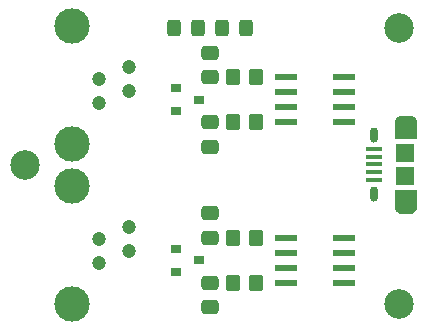
<source format=gbr>
%TF.GenerationSoftware,KiCad,Pcbnew,(5.99.0-8817-g721bf82603)*%
%TF.CreationDate,2021-02-09T01:09:19-06:00*%
%TF.ProjectId,VEXRS485ToSerial,56455852-5334-4383-9554-6f5365726961,rev?*%
%TF.SameCoordinates,Original*%
%TF.FileFunction,Soldermask,Top*%
%TF.FilePolarity,Negative*%
%FSLAX46Y46*%
G04 Gerber Fmt 4.6, Leading zero omitted, Abs format (unit mm)*
G04 Created by KiCad (PCBNEW (5.99.0-8817-g721bf82603)) date 2021-02-09 01:09:19*
%MOMM*%
%LPD*%
G01*
G04 APERTURE LIST*
G04 Aperture macros list*
%AMRoundRect*
0 Rectangle with rounded corners*
0 $1 Rounding radius*
0 $2 $3 $4 $5 $6 $7 $8 $9 X,Y pos of 4 corners*
0 Add a 4 corners polygon primitive as box body*
4,1,4,$2,$3,$4,$5,$6,$7,$8,$9,$2,$3,0*
0 Add four circle primitives for the rounded corners*
1,1,$1+$1,$2,$3*
1,1,$1+$1,$4,$5*
1,1,$1+$1,$6,$7*
1,1,$1+$1,$8,$9*
0 Add four rect primitives between the rounded corners*
20,1,$1+$1,$2,$3,$4,$5,0*
20,1,$1+$1,$4,$5,$6,$7,0*
20,1,$1+$1,$6,$7,$8,$9,0*
20,1,$1+$1,$8,$9,$2,$3,0*%
G04 Aperture macros list end*
%ADD10C,0.000100*%
%ADD11R,1.970000X0.600000*%
%ADD12C,2.500000*%
%ADD13C,3.000000*%
%ADD14C,1.200000*%
%ADD15RoundRect,0.250000X-0.475000X0.337500X-0.475000X-0.337500X0.475000X-0.337500X0.475000X0.337500X0*%
%ADD16R,1.350000X0.400000*%
%ADD17O,0.650000X1.300000*%
%ADD18O,1.550000X0.775000*%
%ADD19R,1.550000X1.500000*%
%ADD20RoundRect,0.250000X-0.350000X-0.450000X0.350000X-0.450000X0.350000X0.450000X-0.350000X0.450000X0*%
%ADD21RoundRect,0.250000X0.475000X-0.337500X0.475000X0.337500X-0.475000X0.337500X-0.475000X-0.337500X0*%
%ADD22RoundRect,0.250000X0.325000X0.450000X-0.325000X0.450000X-0.325000X-0.450000X0.325000X-0.450000X0*%
%ADD23R,0.972000X0.802000*%
%ADD24RoundRect,0.250000X-0.325000X-0.450000X0.325000X-0.450000X0.325000X0.450000X-0.325000X0.450000X0*%
G04 APERTURE END LIST*
D10*
%TO.C,J3*%
X94257500Y-91142000D02*
X94257500Y-92542000D01*
X94257500Y-92542000D02*
X92507500Y-92542000D01*
X92507500Y-92542000D02*
X92507500Y-91142000D01*
X92507500Y-91142000D02*
X92508185Y-91115832D01*
X92508185Y-91115832D02*
X92510239Y-91089736D01*
X92510239Y-91089736D02*
X92513656Y-91063783D01*
X92513656Y-91063783D02*
X92518426Y-91038044D01*
X92518426Y-91038044D02*
X92524537Y-91012590D01*
X92524537Y-91012590D02*
X92531972Y-90987492D01*
X92531972Y-90987492D02*
X92540710Y-90962816D01*
X92540710Y-90962816D02*
X92550727Y-90938632D01*
X92550727Y-90938632D02*
X92561997Y-90915005D01*
X92561997Y-90915005D02*
X92574487Y-90892000D01*
X92574487Y-90892000D02*
X92588165Y-90869680D01*
X92588165Y-90869680D02*
X92602992Y-90848107D01*
X92602992Y-90848107D02*
X92618927Y-90827340D01*
X92618927Y-90827340D02*
X92635928Y-90807435D01*
X92635928Y-90807435D02*
X92653947Y-90788447D01*
X92653947Y-90788447D02*
X92672935Y-90770428D01*
X92672935Y-90770428D02*
X92692840Y-90753427D01*
X92692840Y-90753427D02*
X92713607Y-90737492D01*
X92713607Y-90737492D02*
X92735180Y-90722665D01*
X92735180Y-90722665D02*
X92757500Y-90708987D01*
X92757500Y-90708987D02*
X92780505Y-90696497D01*
X92780505Y-90696497D02*
X92804132Y-90685227D01*
X92804132Y-90685227D02*
X92828316Y-90675210D01*
X92828316Y-90675210D02*
X92852992Y-90666472D01*
X92852992Y-90666472D02*
X92878090Y-90659037D01*
X92878090Y-90659037D02*
X92903544Y-90652926D01*
X92903544Y-90652926D02*
X92929283Y-90648156D01*
X92929283Y-90648156D02*
X92955236Y-90644739D01*
X92955236Y-90644739D02*
X92981332Y-90642685D01*
X92981332Y-90642685D02*
X93007500Y-90642000D01*
X93007500Y-90642000D02*
X93757500Y-90642000D01*
X93757500Y-90642000D02*
X93783668Y-90642685D01*
X93783668Y-90642685D02*
X93809764Y-90644739D01*
X93809764Y-90644739D02*
X93835717Y-90648156D01*
X93835717Y-90648156D02*
X93861456Y-90652926D01*
X93861456Y-90652926D02*
X93886910Y-90659037D01*
X93886910Y-90659037D02*
X93912008Y-90666472D01*
X93912008Y-90666472D02*
X93936684Y-90675210D01*
X93936684Y-90675210D02*
X93960868Y-90685227D01*
X93960868Y-90685227D02*
X93984495Y-90696497D01*
X93984495Y-90696497D02*
X94007500Y-90708987D01*
X94007500Y-90708987D02*
X94029820Y-90722665D01*
X94029820Y-90722665D02*
X94051393Y-90737492D01*
X94051393Y-90737492D02*
X94072160Y-90753427D01*
X94072160Y-90753427D02*
X94092065Y-90770428D01*
X94092065Y-90770428D02*
X94111053Y-90788447D01*
X94111053Y-90788447D02*
X94129072Y-90807435D01*
X94129072Y-90807435D02*
X94146073Y-90827340D01*
X94146073Y-90827340D02*
X94162008Y-90848107D01*
X94162008Y-90848107D02*
X94176835Y-90869680D01*
X94176835Y-90869680D02*
X94190513Y-90892000D01*
X94190513Y-90892000D02*
X94203003Y-90915005D01*
X94203003Y-90915005D02*
X94214273Y-90938632D01*
X94214273Y-90938632D02*
X94224290Y-90962816D01*
X94224290Y-90962816D02*
X94233028Y-90987492D01*
X94233028Y-90987492D02*
X94240463Y-91012590D01*
X94240463Y-91012590D02*
X94246574Y-91038044D01*
X94246574Y-91038044D02*
X94251344Y-91063783D01*
X94251344Y-91063783D02*
X94254761Y-91089736D01*
X94254761Y-91089736D02*
X94256815Y-91115832D01*
X94256815Y-91115832D02*
X94257500Y-91142000D01*
X94257500Y-91142000D02*
X94257500Y-91142000D01*
G36*
X93783668Y-90642685D02*
G01*
X93809764Y-90644739D01*
X93835717Y-90648156D01*
X93861456Y-90652926D01*
X93886910Y-90659037D01*
X93912008Y-90666472D01*
X93936684Y-90675210D01*
X93960868Y-90685227D01*
X93984495Y-90696497D01*
X94007500Y-90708987D01*
X94029820Y-90722665D01*
X94051393Y-90737492D01*
X94072160Y-90753427D01*
X94092065Y-90770428D01*
X94111053Y-90788447D01*
X94129072Y-90807435D01*
X94146073Y-90827340D01*
X94162008Y-90848107D01*
X94176835Y-90869680D01*
X94190513Y-90892000D01*
X94203003Y-90915005D01*
X94214273Y-90938632D01*
X94224290Y-90962816D01*
X94233028Y-90987492D01*
X94240463Y-91012590D01*
X94246574Y-91038044D01*
X94251344Y-91063783D01*
X94254761Y-91089736D01*
X94256815Y-91115832D01*
X94257500Y-91142000D01*
X94257500Y-92542000D01*
X92507500Y-92542000D01*
X92507500Y-91142000D01*
X92508185Y-91115832D01*
X92510239Y-91089736D01*
X92513656Y-91063783D01*
X92518426Y-91038044D01*
X92524537Y-91012590D01*
X92531972Y-90987492D01*
X92540710Y-90962816D01*
X92550727Y-90938632D01*
X92561997Y-90915005D01*
X92574487Y-90892000D01*
X92588165Y-90869680D01*
X92602992Y-90848107D01*
X92618927Y-90827340D01*
X92635928Y-90807435D01*
X92653947Y-90788447D01*
X92672935Y-90770428D01*
X92692840Y-90753427D01*
X92713607Y-90737492D01*
X92735180Y-90722665D01*
X92757500Y-90708987D01*
X92780505Y-90696497D01*
X92804132Y-90685227D01*
X92828316Y-90675210D01*
X92852992Y-90666472D01*
X92878090Y-90659037D01*
X92903544Y-90652926D01*
X92929283Y-90648156D01*
X92955236Y-90644739D01*
X92981332Y-90642685D01*
X93007500Y-90642000D01*
X93757500Y-90642000D01*
X93783668Y-90642685D01*
G37*
X93783668Y-90642685D02*
X93809764Y-90644739D01*
X93835717Y-90648156D01*
X93861456Y-90652926D01*
X93886910Y-90659037D01*
X93912008Y-90666472D01*
X93936684Y-90675210D01*
X93960868Y-90685227D01*
X93984495Y-90696497D01*
X94007500Y-90708987D01*
X94029820Y-90722665D01*
X94051393Y-90737492D01*
X94072160Y-90753427D01*
X94092065Y-90770428D01*
X94111053Y-90788447D01*
X94129072Y-90807435D01*
X94146073Y-90827340D01*
X94162008Y-90848107D01*
X94176835Y-90869680D01*
X94190513Y-90892000D01*
X94203003Y-90915005D01*
X94214273Y-90938632D01*
X94224290Y-90962816D01*
X94233028Y-90987492D01*
X94240463Y-91012590D01*
X94246574Y-91038044D01*
X94251344Y-91063783D01*
X94254761Y-91089736D01*
X94256815Y-91115832D01*
X94257500Y-91142000D01*
X94257500Y-92542000D01*
X92507500Y-92542000D01*
X92507500Y-91142000D01*
X92508185Y-91115832D01*
X92510239Y-91089736D01*
X92513656Y-91063783D01*
X92518426Y-91038044D01*
X92524537Y-91012590D01*
X92531972Y-90987492D01*
X92540710Y-90962816D01*
X92550727Y-90938632D01*
X92561997Y-90915005D01*
X92574487Y-90892000D01*
X92588165Y-90869680D01*
X92602992Y-90848107D01*
X92618927Y-90827340D01*
X92635928Y-90807435D01*
X92653947Y-90788447D01*
X92672935Y-90770428D01*
X92692840Y-90753427D01*
X92713607Y-90737492D01*
X92735180Y-90722665D01*
X92757500Y-90708987D01*
X92780505Y-90696497D01*
X92804132Y-90685227D01*
X92828316Y-90675210D01*
X92852992Y-90666472D01*
X92878090Y-90659037D01*
X92903544Y-90652926D01*
X92929283Y-90648156D01*
X92955236Y-90644739D01*
X92981332Y-90642685D01*
X93007500Y-90642000D01*
X93757500Y-90642000D01*
X93783668Y-90642685D01*
X92507500Y-98342000D02*
X92507500Y-96942000D01*
X92507500Y-96942000D02*
X94257500Y-96942000D01*
X94257500Y-96942000D02*
X94257500Y-98342000D01*
X94257500Y-98342000D02*
X94256815Y-98368168D01*
X94256815Y-98368168D02*
X94254761Y-98394264D01*
X94254761Y-98394264D02*
X94251344Y-98420217D01*
X94251344Y-98420217D02*
X94246574Y-98445956D01*
X94246574Y-98445956D02*
X94240463Y-98471410D01*
X94240463Y-98471410D02*
X94233028Y-98496508D01*
X94233028Y-98496508D02*
X94224290Y-98521184D01*
X94224290Y-98521184D02*
X94214273Y-98545368D01*
X94214273Y-98545368D02*
X94203003Y-98568995D01*
X94203003Y-98568995D02*
X94190513Y-98592000D01*
X94190513Y-98592000D02*
X94176835Y-98614320D01*
X94176835Y-98614320D02*
X94162008Y-98635893D01*
X94162008Y-98635893D02*
X94146073Y-98656660D01*
X94146073Y-98656660D02*
X94129072Y-98676565D01*
X94129072Y-98676565D02*
X94111053Y-98695553D01*
X94111053Y-98695553D02*
X94092065Y-98713572D01*
X94092065Y-98713572D02*
X94072160Y-98730573D01*
X94072160Y-98730573D02*
X94051393Y-98746508D01*
X94051393Y-98746508D02*
X94029820Y-98761335D01*
X94029820Y-98761335D02*
X94007500Y-98775013D01*
X94007500Y-98775013D02*
X93984495Y-98787503D01*
X93984495Y-98787503D02*
X93960868Y-98798773D01*
X93960868Y-98798773D02*
X93936684Y-98808790D01*
X93936684Y-98808790D02*
X93912008Y-98817528D01*
X93912008Y-98817528D02*
X93886910Y-98824963D01*
X93886910Y-98824963D02*
X93861456Y-98831074D01*
X93861456Y-98831074D02*
X93835717Y-98835844D01*
X93835717Y-98835844D02*
X93809764Y-98839261D01*
X93809764Y-98839261D02*
X93783668Y-98841315D01*
X93783668Y-98841315D02*
X93757500Y-98842000D01*
X93757500Y-98842000D02*
X93007500Y-98842000D01*
X93007500Y-98842000D02*
X92981332Y-98841315D01*
X92981332Y-98841315D02*
X92955236Y-98839261D01*
X92955236Y-98839261D02*
X92929283Y-98835844D01*
X92929283Y-98835844D02*
X92903544Y-98831074D01*
X92903544Y-98831074D02*
X92878090Y-98824963D01*
X92878090Y-98824963D02*
X92852992Y-98817528D01*
X92852992Y-98817528D02*
X92828316Y-98808790D01*
X92828316Y-98808790D02*
X92804132Y-98798773D01*
X92804132Y-98798773D02*
X92780505Y-98787503D01*
X92780505Y-98787503D02*
X92757500Y-98775013D01*
X92757500Y-98775013D02*
X92735180Y-98761335D01*
X92735180Y-98761335D02*
X92713607Y-98746508D01*
X92713607Y-98746508D02*
X92692840Y-98730573D01*
X92692840Y-98730573D02*
X92672935Y-98713572D01*
X92672935Y-98713572D02*
X92653947Y-98695553D01*
X92653947Y-98695553D02*
X92635928Y-98676565D01*
X92635928Y-98676565D02*
X92618927Y-98656660D01*
X92618927Y-98656660D02*
X92602992Y-98635893D01*
X92602992Y-98635893D02*
X92588165Y-98614320D01*
X92588165Y-98614320D02*
X92574487Y-98592000D01*
X92574487Y-98592000D02*
X92561997Y-98568995D01*
X92561997Y-98568995D02*
X92550727Y-98545368D01*
X92550727Y-98545368D02*
X92540710Y-98521184D01*
X92540710Y-98521184D02*
X92531972Y-98496508D01*
X92531972Y-98496508D02*
X92524537Y-98471410D01*
X92524537Y-98471410D02*
X92518426Y-98445956D01*
X92518426Y-98445956D02*
X92513656Y-98420217D01*
X92513656Y-98420217D02*
X92510239Y-98394264D01*
X92510239Y-98394264D02*
X92508185Y-98368168D01*
X92508185Y-98368168D02*
X92507500Y-98342000D01*
X92507500Y-98342000D02*
X92507500Y-98342000D01*
G36*
X94257500Y-98342000D02*
G01*
X94256815Y-98368168D01*
X94254761Y-98394264D01*
X94251344Y-98420217D01*
X94246574Y-98445956D01*
X94240463Y-98471410D01*
X94233028Y-98496508D01*
X94224290Y-98521184D01*
X94214273Y-98545368D01*
X94203003Y-98568995D01*
X94190513Y-98592000D01*
X94176835Y-98614320D01*
X94162008Y-98635893D01*
X94146073Y-98656660D01*
X94129072Y-98676565D01*
X94111053Y-98695553D01*
X94092065Y-98713572D01*
X94072160Y-98730573D01*
X94051393Y-98746508D01*
X94029820Y-98761335D01*
X94007500Y-98775013D01*
X93984495Y-98787503D01*
X93960868Y-98798773D01*
X93936684Y-98808790D01*
X93912008Y-98817528D01*
X93886910Y-98824963D01*
X93861456Y-98831074D01*
X93835717Y-98835844D01*
X93809764Y-98839261D01*
X93783668Y-98841315D01*
X93757500Y-98842000D01*
X93007500Y-98842000D01*
X92981332Y-98841315D01*
X92955236Y-98839261D01*
X92929283Y-98835844D01*
X92903544Y-98831074D01*
X92878090Y-98824963D01*
X92852992Y-98817528D01*
X92828316Y-98808790D01*
X92804132Y-98798773D01*
X92780505Y-98787503D01*
X92757500Y-98775013D01*
X92735180Y-98761335D01*
X92713607Y-98746508D01*
X92692840Y-98730573D01*
X92672935Y-98713572D01*
X92653947Y-98695553D01*
X92635928Y-98676565D01*
X92618927Y-98656660D01*
X92602992Y-98635893D01*
X92588165Y-98614320D01*
X92574487Y-98592000D01*
X92561997Y-98568995D01*
X92550727Y-98545368D01*
X92540710Y-98521184D01*
X92531972Y-98496508D01*
X92524537Y-98471410D01*
X92518426Y-98445956D01*
X92513656Y-98420217D01*
X92510239Y-98394264D01*
X92508185Y-98368168D01*
X92507500Y-98342000D01*
X92507500Y-96942000D01*
X94257500Y-96942000D01*
X94257500Y-98342000D01*
G37*
X94257500Y-98342000D02*
X94256815Y-98368168D01*
X94254761Y-98394264D01*
X94251344Y-98420217D01*
X94246574Y-98445956D01*
X94240463Y-98471410D01*
X94233028Y-98496508D01*
X94224290Y-98521184D01*
X94214273Y-98545368D01*
X94203003Y-98568995D01*
X94190513Y-98592000D01*
X94176835Y-98614320D01*
X94162008Y-98635893D01*
X94146073Y-98656660D01*
X94129072Y-98676565D01*
X94111053Y-98695553D01*
X94092065Y-98713572D01*
X94072160Y-98730573D01*
X94051393Y-98746508D01*
X94029820Y-98761335D01*
X94007500Y-98775013D01*
X93984495Y-98787503D01*
X93960868Y-98798773D01*
X93936684Y-98808790D01*
X93912008Y-98817528D01*
X93886910Y-98824963D01*
X93861456Y-98831074D01*
X93835717Y-98835844D01*
X93809764Y-98839261D01*
X93783668Y-98841315D01*
X93757500Y-98842000D01*
X93007500Y-98842000D01*
X92981332Y-98841315D01*
X92955236Y-98839261D01*
X92929283Y-98835844D01*
X92903544Y-98831074D01*
X92878090Y-98824963D01*
X92852992Y-98817528D01*
X92828316Y-98808790D01*
X92804132Y-98798773D01*
X92780505Y-98787503D01*
X92757500Y-98775013D01*
X92735180Y-98761335D01*
X92713607Y-98746508D01*
X92692840Y-98730573D01*
X92672935Y-98713572D01*
X92653947Y-98695553D01*
X92635928Y-98676565D01*
X92618927Y-98656660D01*
X92602992Y-98635893D01*
X92588165Y-98614320D01*
X92574487Y-98592000D01*
X92561997Y-98568995D01*
X92550727Y-98545368D01*
X92540710Y-98521184D01*
X92531972Y-98496508D01*
X92524537Y-98471410D01*
X92518426Y-98445956D01*
X92513656Y-98420217D01*
X92510239Y-98394264D01*
X92508185Y-98368168D01*
X92507500Y-98342000D01*
X92507500Y-96942000D01*
X94257500Y-96942000D01*
X94257500Y-98342000D01*
%TD*%
D11*
%TO.C,U1*%
X88195000Y-104775000D03*
X88195000Y-103505000D03*
X88195000Y-102235000D03*
X88195000Y-100965000D03*
X83255000Y-100965000D03*
X83255000Y-102235000D03*
X83255000Y-103505000D03*
X83255000Y-104775000D03*
%TD*%
D12*
%TO.C,H3*%
X92837000Y-83185000D03*
%TD*%
D13*
%TO.C,J2*%
X65159000Y-93011000D03*
X65159000Y-83011000D03*
D14*
X67459000Y-89541000D03*
X69999000Y-88521000D03*
X67459000Y-87501000D03*
X69999000Y-86481000D03*
%TD*%
D15*
%TO.C,C4*%
X76834000Y-91156000D03*
X76834000Y-93231000D03*
%TD*%
D16*
%TO.C,J3*%
X90682500Y-96042000D03*
X90682500Y-95392000D03*
X90682500Y-94742000D03*
X90682500Y-94092000D03*
X90682500Y-93442000D03*
D17*
X90682500Y-97242000D03*
X90682500Y-92242000D03*
D18*
X93382500Y-98242000D03*
D19*
X93382500Y-95742000D03*
X93382500Y-93742000D03*
D18*
X93382500Y-91242000D03*
%TD*%
D20*
%TO.C,R2*%
X78740000Y-100965000D03*
X80740000Y-100965000D03*
%TD*%
D12*
%TO.C,H1*%
X61163200Y-94792800D03*
%TD*%
D20*
%TO.C,R1*%
X78740000Y-104775000D03*
X80740000Y-104775000D03*
%TD*%
D21*
%TO.C,C1*%
X76835000Y-100965000D03*
X76835000Y-98890000D03*
%TD*%
D11*
%TO.C,U2*%
X88194000Y-91156000D03*
X88194000Y-89886000D03*
X88194000Y-88616000D03*
X88194000Y-87346000D03*
X83254000Y-87346000D03*
X83254000Y-88616000D03*
X83254000Y-89886000D03*
X83254000Y-91156000D03*
%TD*%
D13*
%TO.C,J1*%
X65160000Y-96600000D03*
X65160000Y-106600000D03*
D14*
X67460000Y-103130000D03*
X70000000Y-102110000D03*
X67460000Y-101090000D03*
X70000000Y-100070000D03*
%TD*%
D15*
%TO.C,C3*%
X76835000Y-104775000D03*
X76835000Y-106850000D03*
%TD*%
D21*
%TO.C,C2*%
X76834000Y-87346000D03*
X76834000Y-85271000D03*
%TD*%
D22*
%TO.C,D4*%
X79901000Y-83185000D03*
X77851000Y-83185000D03*
%TD*%
D20*
%TO.C,R4*%
X78739000Y-87346000D03*
X80739000Y-87346000D03*
%TD*%
D12*
%TO.C,H2*%
X92837000Y-106553000D03*
%TD*%
D23*
%TO.C,D1*%
X73930000Y-101920000D03*
X73930000Y-103820000D03*
X75930000Y-102870000D03*
%TD*%
D24*
%TO.C,D3*%
X73778000Y-83185000D03*
X75828000Y-83185000D03*
%TD*%
D20*
%TO.C,R3*%
X78739000Y-91156000D03*
X80739000Y-91156000D03*
%TD*%
D23*
%TO.C,D2*%
X73929000Y-88301000D03*
X73929000Y-90201000D03*
X75929000Y-89251000D03*
%TD*%
M02*

</source>
